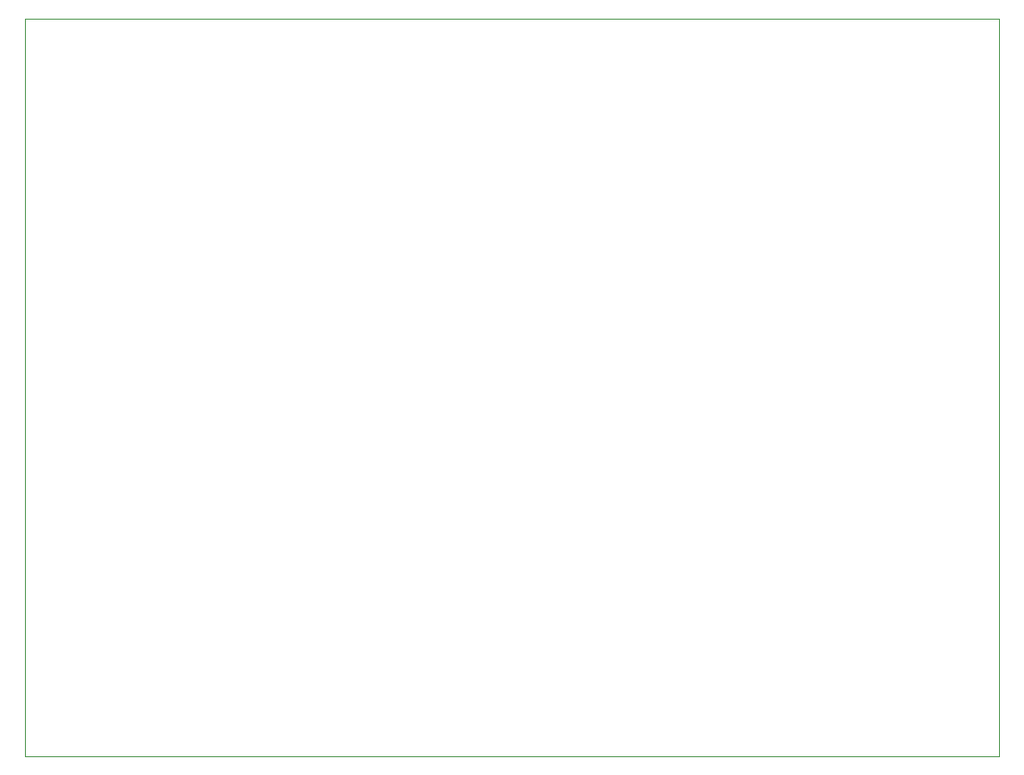
<source format=gm1>
%TF.GenerationSoftware,KiCad,Pcbnew,(6.0.7)*%
%TF.CreationDate,2025-03-19T21:33:16-07:00*%
%TF.ProjectId,PCB_v1,5043425f-7631-42e6-9b69-6361645f7063,rev?*%
%TF.SameCoordinates,Original*%
%TF.FileFunction,Profile,NP*%
%FSLAX46Y46*%
G04 Gerber Fmt 4.6, Leading zero omitted, Abs format (unit mm)*
G04 Created by KiCad (PCBNEW (6.0.7)) date 2025-03-19 21:33:16*
%MOMM*%
%LPD*%
G01*
G04 APERTURE LIST*
%TA.AperFunction,Profile*%
%ADD10C,0.100000*%
%TD*%
G04 APERTURE END LIST*
D10*
X45000000Y-40000000D02*
X137500000Y-40000000D01*
X137500000Y-40000000D02*
X137500000Y-110000000D01*
X137500000Y-110000000D02*
X45000000Y-110000000D01*
X45000000Y-110000000D02*
X45000000Y-40000000D01*
M02*

</source>
